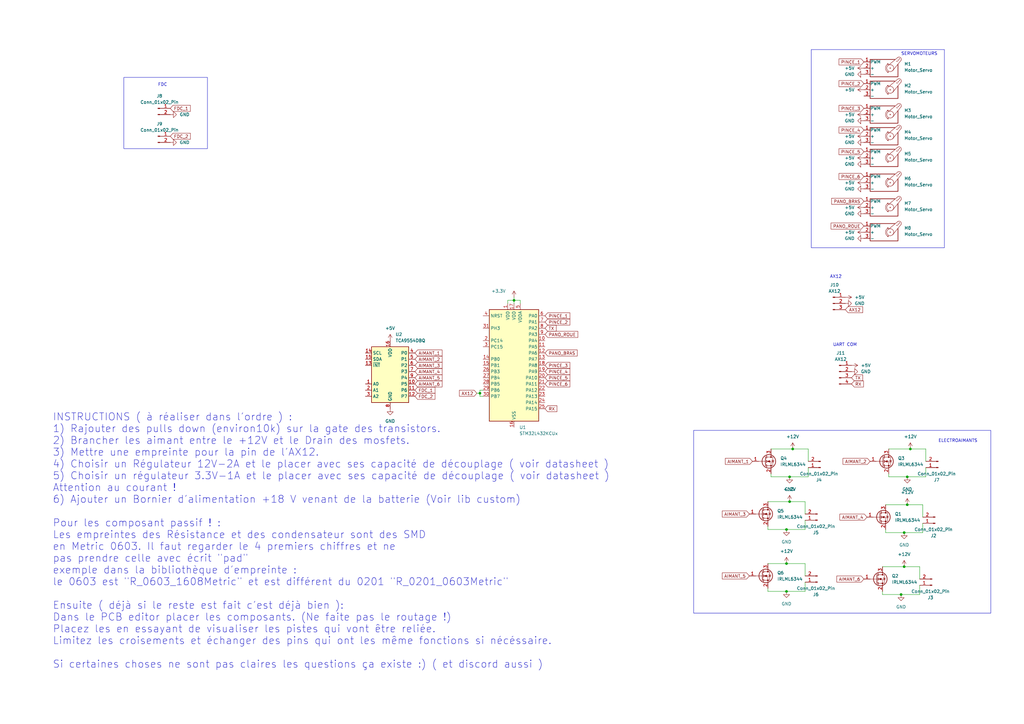
<source format=kicad_sch>
(kicad_sch (version 20230121) (generator eeschema)
  (paper "A3")
  (lib_symbols
    (symbol "Connector:Conn_01x02_Pin" (pin_names (offset 1.016) hide)
      (property "Reference" "J" (at 0 2.54 0))
      (property "Value" "Conn_01x02_Pin" (at 0 -5.08 0))
      (symbol "Conn_01x02_Pin_1_1"
        (polyline (pts (xy 1.27 -2.54) (xy 0.8636 -2.54)) (stroke (width 0.1524)))
        (polyline (pts (xy 1.27 0) (xy 0.8636 0)) (stroke (width 0.1524)))
        (rectangle (start 0.8636 -2.413) (end 0 -2.667) (stroke (width 0.1524)) (fill (type outline)))
        (rectangle (start 0.8636 0.127) (end 0 -0.127) (stroke (width 0.1524)) (fill (type outline)))
        (pin passive line (at 5.08 0 180) (length 3.81) (name "Pin_1") (number "1"))
        (pin passive line (at 5.08 -2.54 180) (length 3.81) (name "Pin_2") (number "2"))
      )
    )
    (symbol "Connector:Conn_01x03_Pin" (pin_names (offset 1.016) hide)
      (property "Reference" "J" (at 0 5.08 0))
      (property "Value" "Conn_01x03_Pin" (at 0 -5.08 0))
      (symbol "Conn_01x03_Pin_1_1"
        (polyline (pts (xy 1.27 -2.54) (xy 0.8636 -2.54)) (stroke (width 0.1524)))
        (polyline (pts (xy 1.27 0) (xy 0.8636 0)) (stroke (width 0.1524)))
        (polyline (pts (xy 1.27 2.54) (xy 0.8636 2.54)) (stroke (width 0.1524)))
        (rectangle (start 0.8636 -2.413) (end 0 -2.667) (stroke (width 0.1524)) (fill (type outline)))
        (rectangle (start 0.8636 0.127) (end 0 -0.127) (stroke (width 0.1524)) (fill (type outline)))
        (rectangle (start 0.8636 2.667) (end 0 2.413) (stroke (width 0.1524)) (fill (type outline)))
        (pin passive line (at 5.08 2.54 180) (length 3.81) (name "Pin_1") (number "1"))
        (pin passive line (at 5.08 0 180) (length 3.81) (name "Pin_2") (number "2"))
        (pin passive line (at 5.08 -2.54 180) (length 3.81) (name "Pin_3") (number "3"))
      )
    )
    (symbol "Connector:Conn_01x04_Pin" (pin_names (offset 1.016) hide)
      (property "Reference" "J" (at 0 5.08 0))
      (property "Value" "Conn_01x04_Pin" (at 0 -7.62 0))
      (symbol "Conn_01x04_Pin_1_1"
        (polyline (pts (xy 1.27 -5.08) (xy 0.8636 -5.08)) (stroke (width 0.1524)))
        (polyline (pts (xy 1.27 -2.54) (xy 0.8636 -2.54)) (stroke (width 0.1524)))
        (polyline (pts (xy 1.27 0) (xy 0.8636 0)) (stroke (width 0.1524)))
        (polyline (pts (xy 1.27 2.54) (xy 0.8636 2.54)) (stroke (width 0.1524)))
        (rectangle (start 0.8636 -4.953) (end 0 -5.207) (stroke (width 0.1524)) (fill (type outline)))
        (rectangle (start 0.8636 -2.413) (end 0 -2.667) (stroke (width 0.1524)) (fill (type outline)))
        (rectangle (start 0.8636 0.127) (end 0 -0.127) (stroke (width 0.1524)) (fill (type outline)))
        (rectangle (start 0.8636 2.667) (end 0 2.413) (stroke (width 0.1524)) (fill (type outline)))
        (pin passive line (at 5.08 2.54 180) (length 3.81) (name "Pin_1") (number "1"))
        (pin passive line (at 5.08 0 180) (length 3.81) (name "Pin_2") (number "2"))
        (pin passive line (at 5.08 -2.54 180) (length 3.81) (name "Pin_3") (number "3"))
        (pin passive line (at 5.08 -5.08 180) (length 3.81) (name "Pin_4") (number "4"))
      )
    )
    (symbol "Interface_Expansion:TCA9554DBQ"
      (property "Reference" "U" (at -7.62 11.43 0))
      (property "Value" "TCA9554DBQ" (at 2.54 11.43 0))
      (symbol "TCA9554DBQ_0_1"
        (rectangle (start -7.62 -12.7) (end 7.62 10.16) (stroke (width 0.254)) (fill (type background)))
      )
      (symbol "TCA9554DBQ_1_1"
        (pin input line (at -10.16 -5.08 0) (length 2.54) (name "A0") (number "1"))
        (pin bidirectional line (at 10.16 -5.08 180) (length 2.54) (name "P5") (number "10"))
        (pin bidirectional line (at 10.16 -7.62 180) (length 2.54) (name "P6") (number "11"))
        (pin bidirectional line (at 10.16 -10.16 180) (length 2.54) (name "P7") (number "12"))
        (pin open_collector line (at -10.16 2.54 0) (length 2.54) (name "~{INT}") (number "13"))
        (pin input line (at -10.16 7.62 0) (length 2.54) (name "SCL") (number "14"))
        (pin bidirectional line (at -10.16 5.08 0) (length 2.54) (name "SDA") (number "15"))
        (pin power_in line (at 0 12.7 270) (length 2.54) (name "VDD") (number "16"))
        (pin input line (at -10.16 -7.62 0) (length 2.54) (name "A1") (number "2"))
        (pin input line (at -10.16 -10.16 0) (length 2.54) (name "A2") (number "3"))
        (pin bidirectional line (at 10.16 7.62 180) (length 2.54) (name "P0") (number "4"))
        (pin bidirectional line (at 10.16 5.08 180) (length 2.54) (name "P1") (number "5"))
        (pin bidirectional line (at 10.16 2.54 180) (length 2.54) (name "P2") (number "6"))
        (pin bidirectional line (at 10.16 0 180) (length 2.54) (name "P3") (number "7"))
        (pin power_in line (at 0 -15.24 90) (length 2.54) (name "GND") (number "8"))
        (pin bidirectional line (at 10.16 -2.54 180) (length 2.54) (name "P4") (number "9"))
      )
    )
    (symbol "MCU_ST_STM32L4:STM32L432KCUx"
      (property "Reference" "U" (at -10.16 24.13 0))
      (property "Value" "STM32L432KCUx" (at 5.08 24.13 0))
      (symbol "STM32L432KCUx_0_1"
        (rectangle (start -10.16 -22.86) (end 10.16 22.86) (stroke (width 0.254)) (fill (type background)))
      )
      (symbol "STM32L432KCUx_1_1"
        (pin power_in line (at -2.54 25.4 270) (length 2.54) (name "VDD") (number "1"))
        (pin bidirectional line (at 12.7 10.16 180) (length 2.54) (name "PA4") (number "10"))
        (pin bidirectional line (at 12.7 7.62 180) (length 2.54) (name "PA5") (number "11"))
        (pin bidirectional line (at 12.7 5.08 180) (length 2.54) (name "PA6") (number "12"))
        (pin bidirectional line (at 12.7 2.54 180) (length 2.54) (name "PA7") (number "13"))
        (pin bidirectional line (at -12.7 2.54 0) (length 2.54) (name "PB0") (number "14"))
        (pin bidirectional line (at -12.7 0 0) (length 2.54) (name "PB1") (number "15"))
        (pin power_in line (at 0 -25.4 90) (length 2.54) (name "VSS") (number "16"))
        (pin power_in line (at 0 25.4 270) (length 2.54) (name "VDD") (number "17"))
        (pin bidirectional line (at 12.7 0 180) (length 2.54) (name "PA8") (number "18"))
        (pin bidirectional line (at 12.7 -2.54 180) (length 2.54) (name "PA9") (number "19"))
        (pin bidirectional line (at -12.7 10.16 0) (length 2.54) (name "PC14") (number "2"))
        (pin bidirectional line (at 12.7 -5.08 180) (length 2.54) (name "PA10") (number "20"))
        (pin bidirectional line (at 12.7 -7.62 180) (length 2.54) (name "PA11") (number "21"))
        (pin bidirectional line (at 12.7 -10.16 180) (length 2.54) (name "PA12") (number "22"))
        (pin bidirectional line (at 12.7 -12.7 180) (length 2.54) (name "PA13") (number "23"))
        (pin bidirectional line (at 12.7 -15.24 180) (length 2.54) (name "PA14") (number "24"))
        (pin bidirectional line (at 12.7 -17.78 180) (length 2.54) (name "PA15") (number "25"))
        (pin bidirectional line (at -12.7 -2.54 0) (length 2.54) (name "PB3") (number "26"))
        (pin bidirectional line (at -12.7 -5.08 0) (length 2.54) (name "PB4") (number "27"))
        (pin bidirectional line (at -12.7 -7.62 0) (length 2.54) (name "PB5") (number "28"))
        (pin bidirectional line (at -12.7 -10.16 0) (length 2.54) (name "PB6") (number "29"))
        (pin bidirectional line (at -12.7 7.62 0) (length 2.54) (name "PC15") (number "3"))
        (pin bidirectional line (at -12.7 -12.7 0) (length 2.54) (name "PB7") (number "30"))
        (pin bidirectional line (at -12.7 15.24 0) (length 2.54) (name "PH3") (number "31"))
        (pin passive line (at 0 -25.4 90) (length 2.54) hide (name "VSS") (number "32"))
        (pin passive line (at 0 -25.4 90) (length 2.54) hide (name "VSS") (number "33"))
        (pin input line (at -12.7 20.32 0) (length 2.54) (name "NRST") (number "4"))
        (pin power_in line (at 2.54 25.4 270) (length 2.54) (name "VDDA") (number "5"))
        (pin bidirectional line (at 12.7 20.32 180) (length 2.54) (name "PA0") (number "6"))
        (pin bidirectional line (at 12.7 17.78 180) (length 2.54) (name "PA1") (number "7"))
        (pin bidirectional line (at 12.7 15.24 180) (length 2.54) (name "PA2") (number "8"))
        (pin bidirectional line (at 12.7 12.7 180) (length 2.54) (name "PA3") (number "9"))
      )
    )
    (symbol "Motor:Motor_Servo" (pin_names (offset 0.0254))
      (property "Reference" "M" (at -5.08 4.445 0))
      (property "Value" "Motor_Servo" (at -5.08 -4.064 0))
      (symbol "Motor_Servo_0_1"
        (polyline (pts (xy 2.413 -1.778) (xy 2.032 -1.778)))
        (polyline (pts (xy 2.413 -1.778) (xy 2.286 -1.397)))
        (polyline (pts (xy 2.413 1.778) (xy 1.905 1.778)))
        (polyline (pts (xy 2.413 1.778) (xy 2.286 1.397)))
        (polyline (pts (xy 6.35 4.445) (xy 2.54 1.27)))
        (polyline (pts (xy 7.62 3.175) (xy 4.191 -1.016)))
        (polyline (pts (xy 5.08 3.556) (xy -5.08 3.556) (xy -5.08 -3.556) (xy 6.35 -3.556) (xy 6.35 1.524)) (stroke (width 0.254)))
        (arc (start 2.413 1.778) (mid 1.2406 0) (end 2.413 -1.778))
        (circle (center 3.175 0) (radius 0.1778))
        (circle (center 3.175 0) (radius 1.4224))
        (circle (center 5.969 2.794) (radius 0.127))
        (circle (center 6.477 3.302) (radius 0.127))
        (circle (center 6.985 3.81) (radius 0.127))
        (arc (start 7.62 3.175) (mid 7.4485 4.2735) (end 6.35 4.445))
      )
      (symbol "Motor_Servo_1_1"
        (pin passive line (at -7.62 2.54 0) (length 2.54) (name "PWM") (number "1"))
        (pin passive line (at -7.62 0 0) (length 2.54) (name "+") (number "2"))
        (pin passive line (at -7.62 -2.54 0) (length 2.54) (name "-") (number "3"))
      )
    )
    (symbol "Transistor_FET:IRLML6244" (pin_names hide)
      (property "Reference" "Q" (at 5.08 1.905 0))
      (property "Value" "IRLML6244" (at 5.08 0 0))
      (symbol "IRLML6244_0_1"
        (polyline (pts (xy 0.254 0) (xy -2.54 0)))
        (polyline (pts (xy 0.254 1.905) (xy 0.254 -1.905)) (stroke (width 0.254)))
        (polyline (pts (xy 0.762 -1.27) (xy 0.762 -2.286)) (stroke (width 0.254)))
        (polyline (pts (xy 0.762 0.508) (xy 0.762 -0.508)) (stroke (width 0.254)))
        (polyline (pts (xy 0.762 2.286) (xy 0.762 1.27)) (stroke (width 0.254)))
        (polyline (pts (xy 2.54 2.54) (xy 2.54 1.778)))
        (polyline (pts (xy 2.54 -2.54) (xy 2.54 0) (xy 0.762 0)))
        (polyline (pts (xy 0.762 -1.778) (xy 3.302 -1.778) (xy 3.302 1.778) (xy 0.762 1.778)))
        (polyline (pts (xy 1.016 0) (xy 2.032 0.381) (xy 2.032 -0.381) (xy 1.016 0)) (fill (type outline)))
        (polyline (pts (xy 2.794 0.508) (xy 2.921 0.381) (xy 3.683 0.381) (xy 3.81 0.254)))
        (polyline (pts (xy 3.302 0.381) (xy 2.921 -0.254) (xy 3.683 -0.254) (xy 3.302 0.381)))
        (circle (center 1.651 0) (radius 2.794) (stroke (width 0.254)))
        (circle (center 2.54 -1.778) (radius 0.254) (fill (type outline)))
        (circle (center 2.54 1.778) (radius 0.254) (fill (type outline)))
      )
      (symbol "IRLML6244_1_1"
        (pin input line (at -5.08 0 0) (length 2.54) (name "G") (number "1"))
        (pin passive line (at 2.54 -5.08 90) (length 2.54) (name "S") (number "2"))
        (pin passive line (at 2.54 5.08 270) (length 2.54) (name "D") (number "3"))
      )
    )
    (symbol "power:+12V" (power) (pin_names (offset 0))
      (property "Value" "+12V" (at 0 3.556 0))
      (symbol "+12V_0_1"
        (polyline (pts (xy -0.762 1.27) (xy 0 2.54)))
        (polyline (pts (xy 0 0) (xy 0 2.54)))
        (polyline (pts (xy 0 2.54) (xy 0.762 1.27)))
      )
      (symbol "+12V_1_1"
        (pin power_in line (at 0 0 90) (length 0) hide (name "+12V") (number "1"))
      )
    )
    (symbol "power:+3.3V" (power) (pin_names (offset 0))
      (property "Value" "+3.3V" (at 0 3.556 0))
      (symbol "+3.3V_0_1"
        (polyline (pts (xy -0.762 1.27) (xy 0 2.54)))
        (polyline (pts (xy 0 0) (xy 0 2.54)))
        (polyline (pts (xy 0 2.54) (xy 0.762 1.27)))
      )
      (symbol "+3.3V_1_1"
        (pin power_in line (at 0 0 90) (length 0) hide (name "+3.3V") (number "1"))
      )
    )
    (symbol "power:+5V" (power) (pin_names (offset 0))
      (property "Value" "+5V" (at 0 3.556 0))
      (symbol "+5V_0_1"
        (polyline (pts (xy -0.762 1.27) (xy 0 2.54)))
        (polyline (pts (xy 0 0) (xy 0 2.54)))
        (polyline (pts (xy 0 2.54) (xy 0.762 1.27)))
      )
      (symbol "+5V_1_1"
        (pin power_in line (at 0 0 90) (length 0) hide (name "+5V") (number "1"))
      )
    )
    (symbol "power:GND" (power) (pin_names (offset 0))
      (property "Value" "GND" (at 0 -3.81 0))
      (symbol "GND_0_1"
        (polyline (pts (xy 0 0) (xy 0 -1.27) (xy 1.27 -1.27) (xy 0 -2.54) (xy -1.27 -1.27) (xy 0 -1.27)))
      )
      (symbol "GND_1_1"
        (pin power_in line (at 0 0 270) (length 0) hide (name "GND") (number "1"))
      )
    )
  )
  (junction (at 322.58 217.17))
  (junction (at 196.85 161.29))
  (junction (at 322.58 231.14))
  (junction (at 370.84 232.41))
  (junction (at 322.58 242.57))
  (junction (at 373.38 184.15))
  (junction (at 369.57 243.84))
  (junction (at 325.12 184.15))
  (junction (at 210.82 123.19))
  (junction (at 372.11 207.01))
  (junction (at 370.84 218.44))
  (junction (at 372.11 195.58))
  (junction (at 323.85 195.58))
  (junction (at 323.85 205.74))
  (wire (pts (xy 325.12 184.15) (xy 316.23 184.15)))
  (wire (pts (xy 314.96 242.57) (xy 322.58 242.57)))
  (wire (pts (xy 370.84 232.41) (xy 377.19 232.41)))
  (wire (pts (xy 364.49 194.31) (xy 364.49 195.58)))
  (wire (pts (xy 330.2 205.74) (xy 330.2 210.82)))
  (wire (pts (xy 364.49 195.58) (xy 372.11 195.58)))
  (wire (pts (xy 210.82 121.92) (xy 210.82 123.19)))
  (wire (pts (xy 314.96 217.17) (xy 322.58 217.17)))
  (wire (pts (xy 363.22 218.44) (xy 370.84 218.44)))
  (wire (pts (xy 378.46 207.01) (xy 378.46 212.09)))
  (wire (pts (xy 379.73 184.15) (xy 379.73 189.23)))
  (wire (pts (xy 323.85 205.74) (xy 314.96 205.74)))
  (wire (pts (xy 196.85 162.56) (xy 198.12 162.56)))
  (wire (pts (xy 196.85 161.29) (xy 196.85 162.56)))
  (wire (pts (xy 331.47 184.15) (xy 331.47 189.23)))
  (wire (pts (xy 196.85 160.02) (xy 196.85 161.29)))
  (wire (pts (xy 213.36 124.46) (xy 213.36 123.19)))
  (wire (pts (xy 195.58 161.29) (xy 196.85 161.29)))
  (wire (pts (xy 322.58 217.17) (xy 330.2 217.17)))
  (wire (pts (xy 208.28 123.19) (xy 210.82 123.19)))
  (wire (pts (xy 208.28 124.46) (xy 208.28 123.19)))
  (wire (pts (xy 210.82 123.19) (xy 210.82 124.46)))
  (wire (pts (xy 325.12 184.15) (xy 331.47 184.15)))
  (wire (pts (xy 361.95 243.84) (xy 369.57 243.84)))
  (wire (pts (xy 372.11 195.58) (xy 379.73 195.58)))
  (wire (pts (xy 379.73 195.58) (xy 379.73 191.77)))
  (wire (pts (xy 323.85 205.74) (xy 330.2 205.74)))
  (wire (pts (xy 314.96 241.3) (xy 314.96 242.57)))
  (wire (pts (xy 322.58 242.57) (xy 330.2 242.57)))
  (wire (pts (xy 316.23 195.58) (xy 323.85 195.58)))
  (wire (pts (xy 377.19 243.84) (xy 377.19 240.03)))
  (wire (pts (xy 213.36 123.19) (xy 210.82 123.19)))
  (wire (pts (xy 331.47 195.58) (xy 331.47 191.77)))
  (wire (pts (xy 330.2 242.57) (xy 330.2 238.76)))
  (wire (pts (xy 363.22 217.17) (xy 363.22 218.44)))
  (wire (pts (xy 316.23 194.31) (xy 316.23 195.58)))
  (wire (pts (xy 378.46 218.44) (xy 378.46 214.63)))
  (wire (pts (xy 330.2 231.14) (xy 330.2 236.22)))
  (wire (pts (xy 373.38 184.15) (xy 379.73 184.15)))
  (wire (pts (xy 377.19 232.41) (xy 377.19 237.49)))
  (wire (pts (xy 372.11 207.01) (xy 378.46 207.01)))
  (wire (pts (xy 322.58 231.14) (xy 330.2 231.14)))
  (wire (pts (xy 370.84 218.44) (xy 378.46 218.44)))
  (wire (pts (xy 373.38 184.15) (xy 364.49 184.15)))
  (wire (pts (xy 322.58 231.14) (xy 314.96 231.14)))
  (wire (pts (xy 323.85 195.58) (xy 331.47 195.58)))
  (wire (pts (xy 314.96 215.9) (xy 314.96 217.17)))
  (wire (pts (xy 196.85 160.02) (xy 198.12 160.02)))
  (wire (pts (xy 372.11 207.01) (xy 363.22 207.01)))
  (wire (pts (xy 330.2 217.17) (xy 330.2 213.36)))
  (wire (pts (xy 370.84 232.41) (xy 361.95 232.41)))
  (wire (pts (xy 361.95 242.57) (xy 361.95 243.84)))
  (wire (pts (xy 369.57 243.84) (xy 377.19 243.84)))
  (rectangle (start 50.8 31.75) (end 85.09 60.96))
  (rectangle (start 284.48 176.53) (end 406.4 251.46))
  (rectangle (start 332.74 20.32) (end 387.35 101.6))
  (text "AX12\n" (at 340.36 114.3 0) (effects (font (size 1.27 1.27)) (justify left bottom)))
  (text "FDC\n" (at 64.77 35.56 0) (effects (font (size 1.27 1.27)) (justify left bottom)))
  (text "INSTRUCTIONS ( à réaliser dans l'ordre ) : \n1) Rajouter des pulls down (environ10k) sur la gate des transistors.\n2) Brancher les aimant entre le +12V et le Drain des mosfets.\n3) Mettre une empreinte pour la pin de l'AX12.\n4) Choisir un Régulateur 12V-2A et le placer avec ses capacité de découplage ( voir datasheet )\n5) Choisir un régulateur 3.3V-1A et le placer avec ses capacité de découplage ( voir datasheet )\nAttention au courant ! \n6) Ajouter un Bornier d'alimentation +18 V venant de la batterie (Voir lib custom)\n\nPour les composant passif ! :\nLes empreintes des Résistance et des condensateur sont des SMD \nen Metric 0603. Il faut regarder le 4 premiers chiffres et ne \npas prendre celle avec écrit \"pad\"\nexemple dans la bibliothèque d'empreinte : \nle 0603 est \"R_0603_1608Metric\" et est différent du 0201 \"R_0201_0603Metric\" \n\nEnsuite ( déjà si le reste est fait c'est déjà bien ): \nDans le PCB editor placer les composants. (Ne faite pas le routage !)\nPlacez les en essayant de visualiser les pistes qui vont être reliée. \nLimitez les croisements et échanger des pins qui ont les même fonctions si nécéssaire.\n\nSi certaines choses ne sont pas claires les questions ça existe :) ( et discord aussi )" (at 21.59 274.32 0) (effects (font (size 3 3)) (justify left bottom)))
  (text "UART COM" (at 341.63 142.24 0) (effects (font (size 1.27 1.27)) (justify left bottom)))
  (text "SERVOMOTEURS" (at 369.57 22.86 0) (effects (font (size 1.27 1.27)) (justify left bottom)))
  (text "ELECTROAIMANTS" (at 384.81 181.61 0) (effects (font (size 1.27 1.27)) (justify left bottom)))
  (global_label "RX" (shape input) (at 223.52 167.64 0) (property "Intersheetrefs" "${INTERSHEET_REFS}" (effects hide)))
  (global_label "PINCE_1" (shape input) (at 223.52 129.54 0) (property "Intersheetrefs" "${INTERSHEET_REFS}" (effects hide)))
  (global_label "AIMANT_6" (shape input) (at 354.33 237.49 180) (property "Intersheetrefs" "${INTERSHEET_REFS}" (effects hide)))
  (global_label "PINCE_5" (shape input) (at 354.33 62.23 180) (property "Intersheetrefs" "${INTERSHEET_REFS}" (effects hide)))
  (global_label "RX" (shape input) (at 349.25 157.48 0) (property "Intersheetrefs" "${INTERSHEET_REFS}" (effects hide)))
  (global_label "PANO_ROUE" (shape input) (at 354.33 92.71 180) (property "Intersheetrefs" "${INTERSHEET_REFS}" (effects hide)))
  (global_label "AIMANT_1" (shape input) (at 170.18 144.78 0) (property "Intersheetrefs" "${INTERSHEET_REFS}" (effects hide)))
  (global_label "PINCE_6" (shape input) (at 223.52 157.48 0) (property "Intersheetrefs" "${INTERSHEET_REFS}" (effects hide)))
  (global_label "PINCE_3" (shape input) (at 223.52 149.86 0) (property "Intersheetrefs" "${INTERSHEET_REFS}" (effects hide)))
  (global_label "FDC_2" (shape input) (at 170.18 162.56 0) (property "Intersheetrefs" "${INTERSHEET_REFS}" (effects hide)))
  (global_label "FDC_1" (shape input) (at 170.18 160.02 0) (property "Intersheetrefs" "${INTERSHEET_REFS}" (effects hide)))
  (global_label "PINCE_4" (shape input) (at 354.33 53.34 180) (property "Intersheetrefs" "${INTERSHEET_REFS}" (effects hide)))
  (global_label "PINCE_2" (shape input) (at 223.52 132.08 0) (property "Intersheetrefs" "${INTERSHEET_REFS}" (effects hide)))
  (global_label "AIMANT_6" (shape input) (at 170.18 157.48 0) (property "Intersheetrefs" "${INTERSHEET_REFS}" (effects hide)))
  (global_label "AIMANT_5" (shape input) (at 170.18 154.94 0) (property "Intersheetrefs" "${INTERSHEET_REFS}" (effects hide)))
  (global_label "AX12" (shape input) (at 195.58 161.29 180) (property "Intersheetrefs" "${INTERSHEET_REFS}" (effects hide)))
  (global_label "PINCE_6" (shape input) (at 354.33 72.39 180) (property "Intersheetrefs" "${INTERSHEET_REFS}" (effects hide)))
  (global_label "AIMANT_1" (shape input) (at 308.61 189.23 180) (property "Intersheetrefs" "${INTERSHEET_REFS}" (effects hide)))
  (global_label "AIMANT_3" (shape input) (at 307.34 210.82 180) (property "Intersheetrefs" "${INTERSHEET_REFS}" (effects hide)))
  (global_label "AIMANT_3" (shape input) (at 170.18 149.86 0) (property "Intersheetrefs" "${INTERSHEET_REFS}" (effects hide)))
  (global_label "PINCE_1" (shape input) (at 354.33 25.4 180) (property "Intersheetrefs" "${INTERSHEET_REFS}" (effects hide)))
  (global_label "PINCE_2" (shape input) (at 354.33 34.29 180) (property "Intersheetrefs" "${INTERSHEET_REFS}" (effects hide)))
  (global_label "AIMANT_2" (shape input) (at 170.18 147.32 0) (property "Intersheetrefs" "${INTERSHEET_REFS}" (effects hide)))
  (global_label "AX12" (shape input) (at 346.71 127 0) (property "Intersheetrefs" "${INTERSHEET_REFS}" (effects hide)))
  (global_label "PANO_BRAS" (shape input) (at 223.52 144.78 0) (property "Intersheetrefs" "${INTERSHEET_REFS}" (effects hide)))
  (global_label "PANO_ROUE" (shape input) (at 223.52 137.16 0) (property "Intersheetrefs" "${INTERSHEET_REFS}" (effects hide)))
  (global_label "AIMANT_4" (shape input) (at 355.6 212.09 180) (property "Intersheetrefs" "${INTERSHEET_REFS}" (effects hide)))
  (global_label "AIMANT_4" (shape input) (at 170.18 152.4 0) (property "Intersheetrefs" "${INTERSHEET_REFS}" (effects hide)))
  (global_label "PINCE_4" (shape input) (at 223.52 152.4 0) (property "Intersheetrefs" "${INTERSHEET_REFS}" (effects hide)))
  (global_label "AIMANT_5" (shape input) (at 307.34 236.22 180) (property "Intersheetrefs" "${INTERSHEET_REFS}" (effects hide)))
  (global_label "AIMANT_2" (shape input) (at 356.87 189.23 180) (property "Intersheetrefs" "${INTERSHEET_REFS}" (effects hide)))
  (global_label "FDC_2" (shape input) (at 69.85 55.88 0) (property "Intersheetrefs" "${INTERSHEET_REFS}" (effects hide)))
  (global_label "PINCE_3" (shape input) (at 354.33 44.45 180) (property "Intersheetrefs" "${INTERSHEET_REFS}" (effects hide)))
  (global_label "FDC_1" (shape input) (at 69.85 44.45 0) (property "Intersheetrefs" "${INTERSHEET_REFS}" (effects hide)))
  (global_label "TX" (shape input) (at 223.52 134.62 0) (property "Intersheetrefs" "${INTERSHEET_REFS}" (effects hide)))
  (global_label "PINCE_5" (shape input) (at 223.52 154.94 0) (property "Intersheetrefs" "${INTERSHEET_REFS}" (effects hide)))
  (global_label "PANO_BRAS" (shape input) (at 354.33 82.55 180) (property "Intersheetrefs" "${INTERSHEET_REFS}" (effects hide)))
  (global_label "TX" (shape input) (at 349.25 154.94 0) (property "Intersheetrefs" "${INTERSHEET_REFS}" (effects hide)))
  (symbol (lib_id "power:+5V") (at 354.33 64.77 90) (unit 1)
    (property "Reference" "#PWR05" (effects hide))
    (property "Value" "+5V" (at 350.52 64.77 90) (effects (justify left)))
  )
  (symbol (lib_id "Connector:Conn_01x02_Pin") (at 382.27 240.03 180) (unit 1)
    (property "Reference" "J3" (at 381.635 245.11 0))
    (property "Value" "Conn_01x02_Pin" (at 381.635 242.57 0))
    (property "Footprint" "Connector_PinHeader_2.54mm:PinHeader_1x02_P2.54mm_Vertical" (effects hide))
  )
  (symbol (lib_id "Motor:Motor_Servo") (at 361.95 74.93 0) (unit 1)
    (property "Reference" "M6" (at 370.84 73.2266 0) (effects (justify left)))
    (property "Value" "Motor_Servo" (at 370.84 75.7666 0) (effects (justify left)))
    (property "Datasheet" "http://forums.parallax.com/uploads/attachments/46831/74481.png" (effects hide))
  )
  (symbol (lib_id "power:GND") (at 354.33 67.31 270) (unit 1)
    (property "Reference" "#PWR012" (effects hide))
    (property "Value" "GND" (at 350.52 67.31 90) (effects (justify right)))
  )
  (symbol (lib_id "power:GND") (at 69.85 46.99 90) (unit 1)
    (property "Reference" "#PWR028" (effects hide))
    (property "Value" "GND" (at 73.66 46.99 90) (effects (justify right)))
  )
  (symbol (lib_id "power:+12V") (at 325.12 184.15 0) (unit 1)
    (property "Reference" "#PWR023" (effects hide))
    (property "Value" "+12V" (at 325.12 179.07 0))
  )
  (symbol (lib_id "Motor:Motor_Servo") (at 361.95 27.94 0) (unit 1)
    (property "Reference" "M1" (at 370.84 26.2366 0) (effects (justify left)))
    (property "Value" "Motor_Servo" (at 370.84 28.7766 0) (effects (justify left)))
    (property "Datasheet" "http://forums.parallax.com/uploads/attachments/46831/74481.png" (effects hide))
  )
  (symbol (lib_id "power:+12V") (at 372.11 207.01 0) (unit 1)
    (property "Reference" "#PWR019" (effects hide))
    (property "Value" "+12V" (at 372.11 201.93 0))
  )
  (symbol (lib_id "power:+12V") (at 373.38 184.15 0) (unit 1)
    (property "Reference" "#PWR018" (effects hide))
    (property "Value" "+12V" (at 373.38 179.07 0))
  )
  (symbol (lib_id "Connector:Conn_01x02_Pin") (at 64.77 55.88 0) (unit 1)
    (property "Reference" "J9" (at 65.405 50.8 0))
    (property "Value" "Conn_01x02_Pin" (at 65.405 53.34 0))
    (property "Footprint" "Connector_PinHeader_2.54mm:PinHeader_1x02_P2.54mm_Vertical" (effects hide))
  )
  (symbol (lib_id "power:+5V") (at 354.33 85.09 90) (unit 1)
    (property "Reference" "#PWR07" (effects hide))
    (property "Value" "+5V" (at 350.52 85.09 90) (effects (justify left)))
  )
  (symbol (lib_id "power:+5V") (at 349.25 149.86 270) (unit 1)
    (property "Reference" "#PWR034" (effects hide))
    (property "Value" "+5V" (at 353.06 149.86 90) (effects (justify left)))
  )
  (symbol (lib_id "power:GND") (at 354.33 49.53 270) (unit 1)
    (property "Reference" "#PWR014" (effects hide))
    (property "Value" "GND" (at 350.52 49.53 90) (effects (justify right)))
  )
  (symbol (lib_id "Motor:Motor_Servo") (at 361.95 36.83 0) (unit 1)
    (property "Reference" "M2" (at 370.84 35.1266 0) (effects (justify left)))
    (property "Value" "Motor_Servo" (at 370.84 37.6666 0) (effects (justify left)))
    (property "Datasheet" "http://forums.parallax.com/uploads/attachments/46831/74481.png" (effects hide))
  )
  (symbol (lib_id "Transistor_FET:IRLML6244") (at 312.42 236.22 0) (unit 1)
    (property "Reference" "Q6" (at 318.77 234.95 0) (effects (justify left)))
    (property "Value" "IRLML6344" (at 318.77 237.49 0) (effects (justify left)))
    (property "Footprint" "Package_TO_SOT_SMD:SOT-23" (effects hide))
    (property "Datasheet" "https://www.infineon.com/dgdl/Infineon-IRLML6244-DataSheet-v01_01-EN.pdf?fileId=5546d462533600a4015356686fed261f" (effects hide))
  )
  (symbol (lib_id "power:+12V") (at 322.58 231.14 0) (unit 1)
    (property "Reference" "#PWR027" (effects hide))
    (property "Value" "+12V" (at 322.58 226.06 0))
  )
  (symbol (lib_id "power:GND") (at 372.11 195.58 0) (unit 1)
    (property "Reference" "#PWR016" (effects hide))
    (property "Value" "GND" (at 372.11 200.66 0))
  )
  (symbol (lib_id "power:+5V") (at 160.02 139.7 0) (unit 1)
    (property "Reference" "#PWR038" (effects hide))
    (property "Value" "+5V" (at 160.02 134.62 0))
  )
  (symbol (lib_id "power:+12V") (at 370.84 232.41 0) (unit 1)
    (property "Reference" "#PWR021" (effects hide))
    (property "Value" "+12V" (at 370.84 227.33 0))
  )
  (symbol (lib_id "Transistor_FET:IRLML6244") (at 312.42 210.82 0) (unit 1)
    (property "Reference" "Q5" (at 318.77 209.55 0) (effects (justify left)))
    (property "Value" "IRLML6344" (at 318.77 212.09 0) (effects (justify left)))
    (property "Footprint" "Package_TO_SOT_SMD:SOT-23" (effects hide))
    (property "Datasheet" "https://www.infineon.com/dgdl/Infineon-IRLML6244-DataSheet-v01_01-EN.pdf?fileId=5546d462533600a4015356686fed261f" (effects hide))
  )
  (symbol (lib_id "Connector:Conn_01x02_Pin") (at 335.28 213.36 180) (unit 1)
    (property "Reference" "J5" (at 334.645 218.44 0))
    (property "Value" "Conn_01x02_Pin" (at 334.645 215.9 0))
    (property "Footprint" "Connector_PinHeader_2.54mm:PinHeader_1x02_P2.54mm_Vertical" (effects hide))
  )
  (symbol (lib_id "power:GND") (at 349.25 152.4 90) (unit 1)
    (property "Reference" "#PWR037" (effects hide))
    (property "Value" "GND" (at 353.06 152.4 90) (effects (justify right)))
  )
  (symbol (lib_id "Connector:Conn_01x02_Pin") (at 335.28 238.76 180) (unit 1)
    (property "Reference" "J6" (at 334.645 243.84 0))
    (property "Value" "Conn_01x02_Pin" (at 334.645 241.3 0))
    (property "Footprint" "Connector_PinHeader_2.54mm:PinHeader_1x02_P2.54mm_Vertical" (effects hide))
  )
  (symbol (lib_id "Connector:Conn_01x03_Pin") (at 341.63 124.46 0) (unit 1)
    (property "Reference" "J10" (at 342.265 116.84 0))
    (property "Value" "AX12" (at 342.265 119.38 0))
  )
  (symbol (lib_id "Transistor_FET:IRLML6244") (at 313.69 189.23 0) (unit 1)
    (property "Reference" "Q4" (at 320.04 187.96 0) (effects (justify left)))
    (property "Value" "IRLML6344" (at 320.04 190.5 0) (effects (justify left)))
    (property "Footprint" "Package_TO_SOT_SMD:SOT-23" (effects hide))
    (property "Datasheet" "https://www.infineon.com/dgdl/Infineon-IRLML6244-DataSheet-v01_01-EN.pdf?fileId=5546d462533600a4015356686fed261f" (effects hide))
  )
  (symbol (lib_id "Connector:Conn_01x02_Pin") (at 384.81 191.77 180) (unit 1)
    (property "Reference" "J7" (at 384.175 196.85 0))
    (property "Value" "Conn_01x02_Pin" (at 384.175 194.31 0))
    (property "Footprint" "Connector_PinHeader_2.54mm:PinHeader_1x02_P2.54mm_Vertical" (effects hide))
  )
  (symbol (lib_id "power:GND") (at 160.02 167.64 0) (unit 1)
    (property "Reference" "#PWR033" (effects hide))
    (property "Value" "GND" (at 160.02 172.72 0))
  )
  (symbol (lib_id "power:+5V") (at 354.33 27.94 90) (unit 1)
    (property "Reference" "#PWR01" (effects hide))
    (property "Value" "+5V" (at 350.52 27.94 90) (effects (justify left)))
  )
  (symbol (lib_id "Motor:Motor_Servo") (at 361.95 46.99 0) (unit 1)
    (property "Reference" "M3" (at 370.84 45.2866 0) (effects (justify left)))
    (property "Value" "Motor_Servo" (at 370.84 47.8266 0) (effects (justify left)))
    (property "Datasheet" "http://forums.parallax.com/uploads/attachments/46831/74481.png" (effects hide))
  )
  (symbol (lib_id "power:+5V") (at 354.33 46.99 90) (unit 1)
    (property "Reference" "#PWR03" (effects hide))
    (property "Value" "+5V" (at 350.52 46.99 90) (effects (justify left)))
  )
  (symbol (lib_id "Connector:Conn_01x02_Pin") (at 64.77 44.45 0) (unit 1)
    (property "Reference" "J8" (at 65.405 39.37 0))
    (property "Value" "Conn_01x02_Pin" (at 65.405 41.91 0))
    (property "Footprint" "Connector_PinHeader_2.54mm:PinHeader_1x02_P2.54mm_Vertical" (effects hide))
  )
  (symbol (lib_id "MCU_ST_STM32L4:STM32L432KCUx") (at 210.82 149.86 0) (unit 1)
    (property "Reference" "U1" (at 213.0141 175.26 0) (effects (justify left)))
    (property "Value" "STM32L432KCUx" (at 213.0141 177.8 0) (effects (justify left)))
    (property "Footprint" "Package_DFN_QFN:QFN-32-1EP_5x5mm_P0.5mm_EP3.45x3.45mm" (effects hide))
    (property "Datasheet" "https://www.st.com/resource/en/datasheet/stm32l432kc.pdf" (effects hide))
  )
  (symbol (lib_id "power:+5V") (at 354.33 36.83 90) (unit 1)
    (property "Reference" "#PWR02" (effects hide))
    (property "Value" "+5V" (at 350.52 36.83 90) (effects (justify left)))
  )
  (symbol (lib_id "power:+3.3V") (at 210.82 121.92 0) (unit 1)
    (property "Reference" "#PWR031" (effects hide))
    (property "Value" "+3.3V" (at 204.47 119.38 0))
  )
  (symbol (lib_id "power:+5V") (at 346.71 121.92 270) (unit 1)
    (property "Reference" "#PWR036" (effects hide))
    (property "Value" "+5V" (at 350.52 121.92 90) (effects (justify left)))
  )
  (symbol (lib_id "Interface_Expansion:TCA9554DBQ") (at 160.02 152.4 0) (unit 1)
    (property "Reference" "U2" (at 162.2141 137.16 0) (effects (justify left)))
    (property "Value" "TCA9554DBQ" (at 162.2141 139.7 0) (effects (justify left)))
    (property "Footprint" "Package_SO:SSOP-16_3.9x4.9mm_P0.635mm" (effects hide))
    (property "Datasheet" "http://www.ti.com/lit/ds/symlink/tca9554.pdf" (effects hide))
  )
  (symbol (lib_id "Transistor_FET:IRLML6244") (at 361.95 189.23 0) (unit 1)
    (property "Reference" "Q3" (at 368.3 187.96 0) (effects (justify left)))
    (property "Value" "IRLML6344" (at 368.3 190.5 0) (effects (justify left)))
    (property "Footprint" "Package_TO_SOT_SMD:SOT-23" (effects hide))
    (property "Datasheet" "https://www.infineon.com/dgdl/Infineon-IRLML6244-DataSheet-v01_01-EN.pdf?fileId=5546d462533600a4015356686fed261f" (effects hide))
  )
  (symbol (lib_id "power:GND") (at 354.33 97.79 270) (unit 1)
    (property "Reference" "#PWR09" (effects hide))
    (property "Value" "GND" (at 350.52 97.79 90) (effects (justify right)))
  )
  (symbol (lib_id "Motor:Motor_Servo") (at 361.95 85.09 0) (unit 1)
    (property "Reference" "M7" (at 370.84 83.3866 0) (effects (justify left)))
    (property "Value" "Motor_Servo" (at 370.84 85.9266 0) (effects (justify left)))
    (property "Datasheet" "http://forums.parallax.com/uploads/attachments/46831/74481.png" (effects hide))
  )
  (symbol (lib_id "power:GND") (at 69.85 58.42 90) (unit 1)
    (property "Reference" "#PWR029" (effects hide))
    (property "Value" "GND" (at 73.66 58.42 90) (effects (justify right)))
  )
  (symbol (lib_id "Connector:Conn_01x04_Pin") (at 344.17 152.4 0) (unit 1)
    (property "Reference" "J11" (at 344.805 144.78 0))
    (property "Value" "AX12" (at 344.805 147.32 0))
  )
  (symbol (lib_id "power:GND") (at 323.85 195.58 0) (unit 1)
    (property "Reference" "#PWR022" (effects hide))
    (property "Value" "GND" (at 323.85 200.66 0))
  )
  (symbol (lib_id "power:GND") (at 322.58 217.17 0) (unit 1)
    (property "Reference" "#PWR024" (effects hide))
    (property "Value" "GND" (at 322.58 222.25 0))
  )
  (symbol (lib_id "power:+5V") (at 354.33 55.88 90) (unit 1)
    (property "Reference" "#PWR04" (effects hide))
    (property "Value" "+5V" (at 350.52 55.88 90) (effects (justify left)))
  )
  (symbol (lib_id "Connector:Conn_01x02_Pin") (at 336.55 191.77 180) (unit 1)
    (property "Reference" "J4" (at 335.915 196.85 0))
    (property "Value" "Conn_01x02_Pin" (at 335.915 194.31 0))
    (property "Footprint" "Connector_PinHeader_2.54mm:PinHeader_1x02_P2.54mm_Vertical" (effects hide))
  )
  (symbol (lib_id "power:GND") (at 370.84 218.44 0) (unit 1)
    (property "Reference" "#PWR017" (effects hide))
    (property "Value" "GND" (at 370.84 223.52 0))
  )
  (symbol (lib_id "power:GND") (at 346.71 124.46 90) (unit 1)
    (property "Reference" "#PWR035" (effects hide))
    (property "Value" "GND" (at 350.52 124.46 90) (effects (justify right)))
  )
  (symbol (lib_id "Motor:Motor_Servo") (at 361.95 55.88 0) (unit 1)
    (property "Reference" "M4" (at 370.84 54.1766 0) (effects (justify left)))
    (property "Value" "Motor_Servo" (at 370.84 56.7166 0) (effects (justify left)))
    (property "Datasheet" "http://forums.parallax.com/uploads/attachments/46831/74481.png" (effects hide))
  )
  (symbol (lib_id "Motor:Motor_Servo") (at 361.95 95.25 0) (unit 1)
    (property "Reference" "M8" (at 370.84 93.5466 0) (effects (justify left)))
    (property "Value" "Motor_Servo" (at 370.84 96.0866 0) (effects (justify left)))
    (property "Datasheet" "http://forums.parallax.com/uploads/attachments/46831/74481.png" (effects hide))
  )
  (symbol (lib_id "power:GND") (at 354.33 58.42 270) (unit 1)
    (property "Reference" "#PWR013" (effects hide))
    (property "Value" "GND" (at 350.52 58.42 90) (effects (justify right)))
  )
  (symbol (lib_id "power:+5V") (at 354.33 95.25 90) (unit 1)
    (property "Reference" "#PWR08" (effects hide))
    (property "Value" "+5V" (at 350.52 95.25 90) (effects (justify left)))
  )
  (symbol (lib_id "Transistor_FET:IRLML6244") (at 359.41 237.49 0) (unit 1)
    (property "Reference" "Q2" (at 365.76 236.22 0) (effects (justify left)))
    (property "Value" "IRLML6344" (at 365.76 238.76 0) (effects (justify left)))
    (property "Footprint" "Package_TO_SOT_SMD:SOT-23" (effects hide))
    (property "Datasheet" "https://www.infineon.com/dgdl/Infineon-IRLML6244-DataSheet-v01_01-EN.pdf?fileId=5546d462533600a4015356686fed261f" (effects hide))
  )
  (symbol (lib_id "Transistor_FET:IRLML6244") (at 360.68 212.09 0) (unit 1)
    (property "Reference" "Q1" (at 367.03 210.82 0) (effects (justify left)))
    (property "Value" "IRLML6344" (at 367.03 213.36 0) (effects (justify left)))
    (property "Footprint" "Package_TO_SOT_SMD:SOT-23" (effects hide))
    (property "Datasheet" "https://www.infineon.com/dgdl/Infineon-IRLML6244-DataSheet-v01_01-EN.pdf?fileId=5546d462533600a4015356686fed261f" (effects hide))
  )
  (symbol (lib_id "power:GND") (at 354.33 77.47 270) (unit 1)
    (property "Reference" "#PWR011" (effects hide))
    (property "Value" "GND" (at 350.52 77.47 90) (effects (justify right)))
  )
  (symbol (lib_id "Motor:Motor_Servo") (at 361.95 64.77 0) (unit 1)
    (property "Reference" "M5" (at 370.84 63.0666 0) (effects (justify left)))
    (property "Value" "Motor_Servo" (at 370.84 65.6066 0) (effects (justify left)))
    (property "Datasheet" "http://forums.parallax.com/uploads/attachments/46831/74481.png" (effects hide))
  )
  (symbol (lib_id "power:+12V") (at 323.85 205.74 0) (unit 1)
    (property "Reference" "#PWR025" (effects hide))
    (property "Value" "+12V" (at 323.85 200.66 0))
  )
  (symbol (lib_id "Connector:Conn_01x02_Pin") (at 383.54 214.63 180) (unit 1)
    (property "Reference" "J2" (at 382.905 219.71 0))
    (property "Value" "Conn_01x02_Pin" (at 382.905 217.17 0))
    (property "Footprint" "Connector_PinHeader_2.54mm:PinHeader_1x02_P2.54mm_Vertical" (effects hide))
  )
  (symbol (lib_id "power:GND") (at 369.57 243.84 0) (unit 1)
    (property "Reference" "#PWR020" (effects hide))
    (property "Value" "GND" (at 369.57 248.92 0))
  )
  (symbol (lib_id "power:+5V") (at 354.33 74.93 90) (unit 1)
    (property "Reference" "#PWR06" (effects hide))
    (property "Value" "+5V" (at 350.52 74.93 90) (effects (justify left)))
  )
  (symbol (lib_id "power:GND") (at 354.33 87.63 270) (unit 1)
    (property "Reference" "#PWR010" (effects hide))
    (property "Value" "GND" (at 350.52 87.63 90) (effects (justify right)))
  )
  (symbol (lib_id "power:GND") (at 322.58 242.57 0) (unit 1)
    (property "Reference" "#PWR026" (effects hide))
    (property "Value" "GND" (at 322.58 247.65 0))
  )
  (symbol (lib_id "power:GND") (at 354.33 30.48 270) (unit 1)
    (property "Reference" "#PWR015" (effects hide))
    (property "Value" "GND" (at 350.52 30.48 90) (effects (justify right)))
  )
)
</source>
